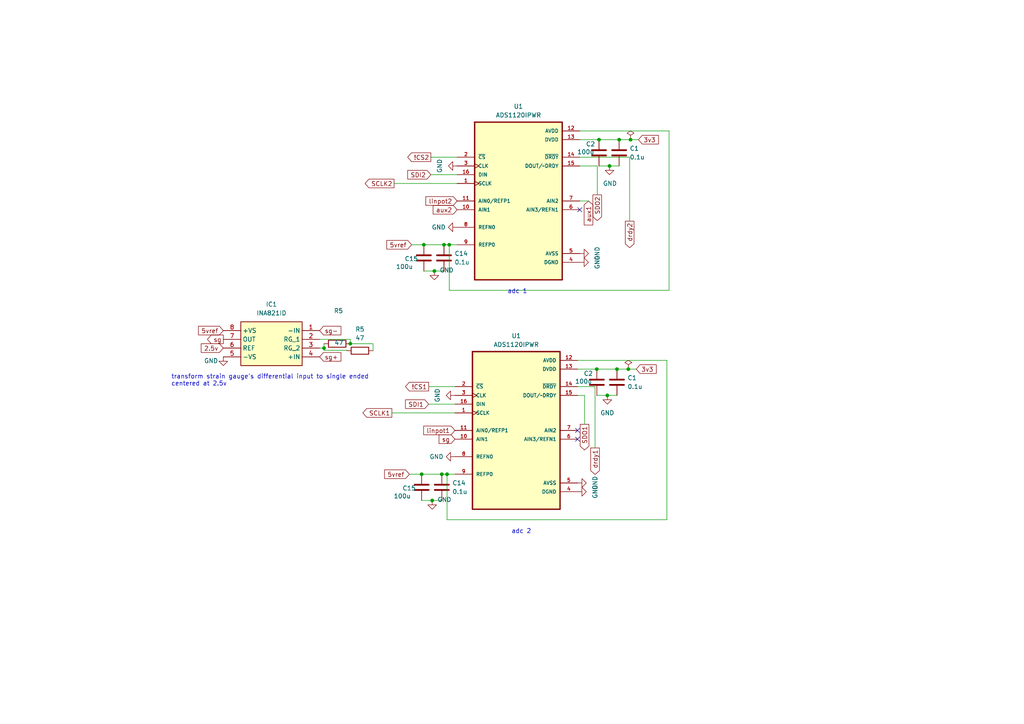
<source format=kicad_sch>
(kicad_sch (version 20230121) (generator eeschema)
  (paper "A4")
  (lib_symbols
    (symbol "Device:C" (pin_numbers hide) (pin_names (offset 0.254))
      (property "Reference" "C" (at 0.635 2.54 0))
      (property "Value" "C" (at 0.635 -2.54 0))
      (symbol "C_0_1"
        (polyline (pts (xy -2.032 -0.762) (xy 2.032 -0.762)) (stroke (width 0.508)))
        (polyline (pts (xy -2.032 0.762) (xy 2.032 0.762)) (stroke (width 0.508)))
      )
      (symbol "C_1_1"
        (pin passive line (at 0 3.81 270) (length 2.794) (name "~") (number "1"))
        (pin passive line (at 0 -3.81 90) (length 2.794) (name "~") (number "2"))
      )
    )
    (symbol "Device:R" (pin_numbers hide) (pin_names (offset 0))
      (property "Reference" "R" (at 2.032 0 90))
      (property "Value" "R" (at 0 0 90))
      (symbol "R_0_1"
        (rectangle (start -1.016 -2.54) (end 1.016 2.54) (stroke (width 0.254)))
      )
      (symbol "R_1_1"
        (pin passive line (at 0 3.81 270) (length 1.27) (name "~") (number "1"))
        (pin passive line (at 0 -3.81 90) (length 1.27) (name "~") (number "2"))
      )
    )
    (symbol "power:GND" (power) (pin_names (offset 0))
      (property "Value" "GND" (at 0 -3.81 0))
      (symbol "GND_0_1"
        (polyline (pts (xy 0 0) (xy 0 -1.27) (xy 1.27 -1.27) (xy 0 -2.54) (xy -1.27 -1.27) (xy 0 -1.27)))
      )
      (symbol "GND_1_1"
        (pin power_in line (at 0 0 270) (length 0) hide (name "GND") (number "1"))
      )
    )
    (symbol "power:PWR_FLAG" (power) (pin_numbers hide) (pin_names (offset 0) hide)
      (property "Value" "PWR_FLAG" (at 0 3.81 0))
      (symbol "PWR_FLAG_0_0"
        (pin power_out line (at 0 0 90) (length 0) (name "pwr") (number "1"))
      )
      (symbol "PWR_FLAG_0_1"
        (polyline (pts (xy 0 0) (xy 0 1.27) (xy -1.016 1.905) (xy 0 2.54) (xy 1.016 1.905) (xy 0 1.27)))
      )
    )
    (symbol "wireless_strain_gauge_v2:ADS1120IPWR" (pin_names (offset 1.016))
      (property "Reference" "U" (at -12.7 23.86 0))
      (property "Value" "ADS1120IPWR" (at -12.7 -26.86 0))
      (symbol "ADS1120IPWR_0_0"
        (rectangle (start -12.7 -22.86) (end 12.7 22.86) (stroke (width 0.41)) (fill (type background)))
        (pin input clock (at -17.78 5.08 0) (length 5.08) (name "SCLK") (number "1"))
        (pin bidirectional line (at -17.78 -2.54 0) (length 5.08) (name "AIN1") (number "10"))
        (pin bidirectional line (at -17.78 0 0) (length 5.08) (name "AIN0/REFP1") (number "11"))
        (pin power_in line (at 17.78 20.32 180) (length 5.08) (name "AVDD") (number "12"))
        (pin power_in line (at 17.78 17.78 180) (length 5.08) (name "DVDD") (number "13"))
        (pin output line (at 17.78 12.7 180) (length 5.08) (name "~{DRDY}") (number "14"))
        (pin output line (at 17.78 10.16 180) (length 5.08) (name "DOUT/~DRDY") (number "15"))
        (pin input line (at -17.78 7.62 0) (length 5.08) (name "DIN") (number "16"))
        (pin input line (at -17.78 12.7 0) (length 5.08) (name "~{CS}") (number "2"))
        (pin input clock (at -17.78 10.16 0) (length 5.08) (name "CLK") (number "3"))
        (pin power_in line (at 17.78 -17.78 180) (length 5.08) (name "DGND") (number "4"))
        (pin power_in line (at 17.78 -15.24 180) (length 5.08) (name "AVSS") (number "5"))
        (pin bidirectional line (at 17.78 -2.54 180) (length 5.08) (name "AIN3/REFN1") (number "6"))
        (pin bidirectional line (at 17.78 0 180) (length 5.08) (name "AIN2") (number "7"))
        (pin bidirectional line (at -17.78 -7.62 0) (length 5.08) (name "REFN0") (number "8"))
        (pin bidirectional line (at -17.78 -12.7 0) (length 5.08) (name "REFP0") (number "9"))
      )
    )
    (symbol "wireless_strain_gauge_v2:INA821ID"
      (property "Reference" "IC" (at 24.13 7.62 0))
      (property "Value" "INA821ID" (at 24.13 5.08 0))
      (symbol "INA821ID_1_1"
        (rectangle (start 5.08 2.54) (end 22.86 -10.16) (stroke (width 0.254)) (fill (type background)))
        (pin passive line (at 0 0 0) (length 5.08) (name "-IN") (number "1"))
        (pin passive line (at 0 -2.54 0) (length 5.08) (name "RG_1") (number "2"))
        (pin passive line (at 0 -5.08 0) (length 5.08) (name "RG_2") (number "3"))
        (pin passive line (at 0 -7.62 0) (length 5.08) (name "+IN") (number "4"))
        (pin passive line (at 27.94 -7.62 180) (length 5.08) (name "-VS") (number "5"))
        (pin passive line (at 27.94 -5.08 180) (length 5.08) (name "REF") (number "6"))
        (pin passive line (at 27.94 -2.54 180) (length 5.08) (name "OUT") (number "7"))
        (pin passive line (at 27.94 0 180) (length 5.08) (name "+VS") (number "8"))
      )
    )
  )
  (junction (at 182.88 40.513))
  (junction (at 125.984 78.613))
  (junction (at 128.778 70.993))
  (junction (at 93.98 100.965))
  (junction (at 178.943 107.061))
  (junction (at 122.936 70.993))
  (junction (at 179.578 40.513))
  (junction (at 182.245 107.061))
  (junction (at 125.349 145.161))
  (junction (at 128.143 137.541))
  (junction (at 129.667 137.541))
  (junction (at 176.149 114.681))
  (junction (at 122.301 137.541))
  (junction (at 130.302 70.993))
  (junction (at 173.101 107.061))
  (junction (at 173.736 40.513))
  (junction (at 176.784 48.133))
  (junction (at 101.6 99.695))
  (no_connect (at 167.513 127.381))
  (no_connect (at 167.513 124.841))
  (no_connect (at 168.148 60.833))
  (wire (pts (xy 125.349 145.161) (xy 122.301 145.161)))
  (wire (pts (xy 130.302 84.201) (xy 194.056 84.201)))
  (wire (pts (xy 130.302 70.993) (xy 132.588 70.993)))
  (wire (pts (xy 167.513 104.521) (xy 193.421 104.521)))
  (wire (pts (xy 93.98 101.6) (xy 100.584 101.6)))
  (wire (pts (xy 100.584 101.6) (xy 100.584 101.727)))
  (wire (pts (xy 173.736 40.513) (xy 179.578 40.513)))
  (wire (pts (xy 129.667 137.541) (xy 129.667 150.749)))
  (wire (pts (xy 193.421 150.749) (xy 193.421 104.521)))
  (wire (pts (xy 129.667 150.749) (xy 193.421 150.749)))
  (wire (pts (xy 93.98 100.965) (xy 92.71 100.965)))
  (wire (pts (xy 119.38 70.993) (xy 122.936 70.993)))
  (wire (pts (xy 101.6 98.425) (xy 101.6 99.695)))
  (wire (pts (xy 178.943 107.061) (xy 182.245 107.061)))
  (wire (pts (xy 194.056 84.201) (xy 194.056 37.973)))
  (wire (pts (xy 118.745 137.541) (xy 122.301 137.541)))
  (wire (pts (xy 173.101 107.061) (xy 178.943 107.061)))
  (wire (pts (xy 128.778 78.613) (xy 125.984 78.613)))
  (wire (pts (xy 92.71 98.425) (xy 101.6 98.425)))
  (wire (pts (xy 128.143 137.541) (xy 129.667 137.541)))
  (wire (pts (xy 124.333 117.221) (xy 131.953 117.221)))
  (wire (pts (xy 182.88 40.513) (xy 185.166 40.513)))
  (wire (pts (xy 101.6 99.695) (xy 108.204 99.695)))
  (wire (pts (xy 114.3 53.213) (xy 132.588 53.213)))
  (wire (pts (xy 173.228 48.133) (xy 168.148 48.133)))
  (wire (pts (xy 182.626 45.593) (xy 182.626 64.135)))
  (wire (pts (xy 113.665 119.761) (xy 131.953 119.761)))
  (wire (pts (xy 125.984 78.613) (xy 122.936 78.613)))
  (wire (pts (xy 124.968 45.593) (xy 132.588 45.593)))
  (wire (pts (xy 93.98 101.6) (xy 93.98 100.965)))
  (wire (pts (xy 176.149 114.681) (xy 178.943 114.681)))
  (wire (pts (xy 128.143 145.161) (xy 125.349 145.161)))
  (wire (pts (xy 129.667 137.541) (xy 131.953 137.541)))
  (wire (pts (xy 130.302 70.993) (xy 130.302 84.201)))
  (wire (pts (xy 172.593 112.141) (xy 172.593 129.921)))
  (wire (pts (xy 176.784 48.133) (xy 179.578 48.133)))
  (wire (pts (xy 169.545 114.681) (xy 169.545 123.063)))
  (wire (pts (xy 182.626 45.593) (xy 168.148 45.593)))
  (wire (pts (xy 173.736 48.133) (xy 176.784 48.133)))
  (wire (pts (xy 128.778 70.993) (xy 130.302 70.993)))
  (wire (pts (xy 124.968 50.673) (xy 132.588 50.673)))
  (wire (pts (xy 179.578 40.513) (xy 182.88 40.513)))
  (wire (pts (xy 122.301 137.541) (xy 128.143 137.541)))
  (wire (pts (xy 124.333 112.141) (xy 131.953 112.141)))
  (wire (pts (xy 169.545 114.681) (xy 167.513 114.681)))
  (wire (pts (xy 173.101 114.681) (xy 176.149 114.681)))
  (wire (pts (xy 168.148 37.973) (xy 194.056 37.973)))
  (wire (pts (xy 93.98 99.695) (xy 93.98 100.965)))
  (wire (pts (xy 122.936 70.993) (xy 128.778 70.993)))
  (wire (pts (xy 172.593 112.141) (xy 167.513 112.141)))
  (wire (pts (xy 182.245 107.061) (xy 184.531 107.061)))
  (wire (pts (xy 167.513 107.061) (xy 173.101 107.061)))
  (wire (pts (xy 170.688 58.293) (xy 168.148 58.293)))
  (wire (pts (xy 173.228 48.133) (xy 173.228 56.515)))
  (wire (pts (xy 108.204 99.695) (xy 108.204 101.727)))
  (wire (pts (xy 168.148 40.513) (xy 173.736 40.513)))
  (text "transform strain gauge's differential input to single ended\ncentered at 2.5v" (at 49.657 112.141 0) (effects (font (size 1.27 1.27)) (justify left bottom)))
  (text "adc 2" (at 148.336 154.94 0) (effects (font (size 1.27 1.27)) (justify left bottom)))
  (text "adc 1" (at 147.193 85.344 0) (effects (font (size 1.27 1.27)) (justify left bottom)))
  (global_label "5vref" (shape input) (at 118.745 137.541 180) (property "Intersheetrefs" "${INTERSHEET_REFS}" (effects hide)))
  (global_label "sg" (shape output) (at 64.77 98.425 180) (property "Intersheetrefs" "${INTERSHEET_REFS}" (effects hide)))
  (global_label "3v3" (shape input) (at 185.166 40.513 0) (property "Intersheetrefs" "${INTERSHEET_REFS}" (effects hide)))
  (global_label "drdy2" (shape output) (at 182.626 64.135 270) (property "Intersheetrefs" "${INTERSHEET_REFS}" (effects hide)))
  (global_label "aux1" (shape input) (at 170.688 58.293 270) (property "Intersheetrefs" "${INTERSHEET_REFS}" (effects hide)))
  (global_label "aux2" (shape input) (at 132.588 60.833 180) (property "Intersheetrefs" "${INTERSHEET_REFS}" (effects hide)))
  (global_label "SDI1" (shape input) (at 124.333 117.221 180) (property "Intersheetrefs" "${INTERSHEET_REFS}" (effects hide)))
  (global_label "sg+" (shape input) (at 92.71 103.505 0) (property "Intersheetrefs" "${INTERSHEET_REFS}" (effects hide)))
  (global_label "linpot2" (shape input) (at 132.588 58.293 180) (property "Intersheetrefs" "${INTERSHEET_REFS}" (effects hide)))
  (global_label "sg-" (shape input) (at 92.71 95.885 0) (property "Intersheetrefs" "${INTERSHEET_REFS}" (effects hide)))
  (global_label "drdy1" (shape output) (at 172.593 129.921 270) (property "Intersheetrefs" "${INTERSHEET_REFS}" (effects hide)))
  (global_label "5vref" (shape input) (at 119.38 70.993 180) (property "Intersheetrefs" "${INTERSHEET_REFS}" (effects hide)))
  (global_label "linpot1" (shape input) (at 131.953 124.841 180) (property "Intersheetrefs" "${INTERSHEET_REFS}" (effects hide)))
  (global_label "!CS1" (shape output) (at 124.333 112.141 180) (property "Intersheetrefs" "${INTERSHEET_REFS}" (effects hide)))
  (global_label "3v3" (shape input) (at 184.531 107.061 0) (property "Intersheetrefs" "${INTERSHEET_REFS}" (effects hide)))
  (global_label "SCLK1" (shape output) (at 113.665 119.761 180) (property "Intersheetrefs" "${INTERSHEET_REFS}" (effects hide)))
  (global_label "sg" (shape input) (at 131.953 127.381 180) (property "Intersheetrefs" "${INTERSHEET_REFS}" (effects hide)))
  (global_label "SCLK2" (shape output) (at 114.3 53.213 180) (property "Intersheetrefs" "${INTERSHEET_REFS}" (effects hide)))
  (global_label "SDO1" (shape output) (at 169.545 123.063 270) (property "Intersheetrefs" "${INTERSHEET_REFS}" (effects hide)))
  (global_label "5vref" (shape input) (at 64.77 95.885 180) (property "Intersheetrefs" "${INTERSHEET_REFS}" (effects hide)))
  (global_label "SDO2" (shape output) (at 173.228 56.515 270) (property "Intersheetrefs" "${INTERSHEET_REFS}" (effects hide)))
  (global_label "SDI2" (shape input) (at 124.968 50.673 180) (property "Intersheetrefs" "${INTERSHEET_REFS}" (effects hide)))
  (global_label "!CS2" (shape output) (at 124.968 45.593 180) (property "Intersheetrefs" "${INTERSHEET_REFS}" (effects hide)))
  (global_label "2.5v" (shape input) (at 64.77 100.965 180) (property "Intersheetrefs" "${INTERSHEET_REFS}" (effects hide)))
  (symbol (lib_id "power:GND") (at 131.953 114.681 270) (unit 1)
    (property "Reference" "#PWR09" (effects hide))
    (property "Value" "GND" (at 126.873 114.681 0))
    (instances (project "5.2_5V" (path "" (reference "#PWR09") (unit 1))) (project "rearbox" (path "" (reference "#PWR09") (unit 1)) (path "" (reference "#PWR04") (unit 1))))
  )
  (symbol (lib_id "Device:C") (at 179.578 44.323 180) (unit 1)
    (property "Reference" "C1" (at 182.626 43.053 0) (effects (justify right)))
    (property "Value" "0.1u" (at 182.626 45.593 0) (effects (justify right)))
    (property "Footprint" "Capacitor_SMD:C_0603_1608Metric" (effects hide))
    (instances (project "5.2_5V" (path "" (reference "C1") (unit 1))) (project "rearbox" (path "" (reference "C4") (unit 1)) (path "" (reference "C8") (unit 1))))
  )
  (symbol (lib_id "Device:C") (at 122.301 141.351 0) (unit 1)
    (property "Reference" "C15" (at 116.713 141.605 0) (effects (justify left)))
    (property "Value" "100u" (at 114.173 143.891 0) (effects (justify left)))
    (property "Footprint" "Capacitor_SMD:C_1206_3216Metric" (effects hide))
    (instances (project "5.2_5V" (path "" (reference "C15") (unit 1))) (project "rearbox" (path "" (reference "C5") (unit 1)) (path "" (reference "C1") (unit 1))))
  )
  (symbol (lib_id "power:GND") (at 132.588 65.913 270) (unit 1)
    (property "Reference" "#PWR016" (effects hide))
    (property "Value" "GND" (at 129.286 65.913 90) (effects (justify right)))
    (instances (project "5.2_5V" (path "" (reference "#PWR016") (unit 1))) (project "rearbox" (path "" (reference "#PWR04") (unit 1)) (path "" (reference "#PWR07") (unit 1))))
  )
  (symbol (lib_id "power:PWR_FLAG") (at 182.88 40.513 0) (unit 1)
    (property "Reference" "#FLG04" (effects hide))
    (property "Value" "PWR_FLAG" (effects hide))
    (instances (project "5.2_5V" (path "" (reference "#FLG04") (unit 1))) (project "rearbox" (path "" (reference "#FLG01") (unit 1)) (path "" (reference "#FLG02") (unit 1))))
  )
  (symbol (lib_id "Device:C") (at 173.101 110.871 0) (unit 1)
    (property "Reference" "C2" (at 169.291 108.331 0) (effects (justify left)))
    (property "Value" "100u" (at 166.751 110.617 0) (effects (justify left)))
    (property "Footprint" "Capacitor_SMD:C_1206_3216Metric" (effects hide))
    (instances (project "5.2_5V" (path "" (reference "C2") (unit 1))) (project "rearbox" (path "" (reference "C7") (unit 1)) (path "" (reference "C5") (unit 1))))
  )
  (symbol (lib_id "power:GND") (at 176.149 114.681 0) (unit 1)
    (property "Reference" "#PWR06" (effects hide))
    (property "Value" "GND" (at 176.149 119.761 0))
    (instances (project "5.2_5V" (path "" (reference "#PWR06") (unit 1))) (project "rearbox" (path "" (reference "#PWR014") (unit 1)) (path "" (reference "#PWR013") (unit 1))))
  )
  (symbol (lib_id "power:PWR_FLAG") (at 182.245 107.061 0) (unit 1)
    (property "Reference" "#FLG04" (effects hide))
    (property "Value" "PWR_FLAG" (effects hide))
    (instances (project "5.2_5V" (path "" (reference "#FLG04") (unit 1))) (project "rearbox" (path "" (reference "#FLG02") (unit 1)) (path "" (reference "#FLG01") (unit 1))))
  )
  (symbol (lib_id "Device:C") (at 128.143 141.351 180) (unit 1)
    (property "Reference" "C14" (at 131.191 140.081 0) (effects (justify right)))
    (property "Value" "0.1u" (at 131.191 142.621 0) (effects (justify right)))
    (property "Footprint" "Capacitor_SMD:C_0603_1608Metric" (effects hide))
    (instances (project "5.2_5V" (path "" (reference "C14") (unit 1))) (project "rearbox" (path "" (reference "C6") (unit 1)) (path "" (reference "C3") (unit 1))))
  )
  (symbol (lib_id "wireless_strain_gauge_v2:INA821ID") (at 92.71 95.885 0) (mirror y) (unit 1)
    (property "Reference" "IC1" (at 78.74 88.265 0))
    (property "Value" "INA821ID" (at 78.74 90.805 0))
    (property "Footprint" "mainboxfp:SOP65P490X110-8N" (effects hide))
    (property "Datasheet" "http://www.ti.com/lit/ds/symlink/ina821.pdf" (effects hide))
    (property "Height" "1.75" (effects hide))
    (property "Mouser Part Number" "595-INA821ID" (effects hide))
    (property "Mouser Price/Stock" "https://www.mouser.co.uk/ProductDetail/Texas-Instruments/INA821ID?qs=LDGDZb5k%2F%252B%252BuXWq1hdAlSA%3D%3D" (effects hide))
    (property "Manufacturer_Name" "Texas Instruments" (effects hide))
    (property "Manufacturer_Part_Number" "INA821ID" (effects hide))
    (instances (project "mainbox" (path "" (reference "IC1") (unit 1))) (project "rearbox" (path "" (reference "IC2") (unit 1)) (path "" (reference "IC2") (unit 1))))
  )
  (symbol (lib_id "power:GND") (at 125.349 145.161 0) (unit 1)
    (property "Reference" "#PWR011" (effects hide))
    (property "Value" "GND" (at 128.905 144.907 0))
    (instances (project "5.2_5V" (path "" (reference "#PWR011") (unit 1))) (project "rearbox" (path "" (reference "#PWR08") (unit 1)) (path "" (reference "#PWR01") (unit 1))))
  )
  (symbol (lib_id "power:GND") (at 131.953 132.461 270) (unit 1)
    (property "Reference" "#PWR016" (effects hide))
    (property "Value" "GND" (at 128.651 132.461 90) (effects (justify right)))
    (instances (project "5.2_5V" (path "" (reference "#PWR016") (unit 1))) (project "rearbox" (path "" (reference "#PWR011") (unit 1)) (path "" (reference "#PWR05") (unit 1))))
  )
  (symbol (lib_id "Device:R") (at 104.394 101.727 270) (mirror x) (unit 1)
    (property "Reference" "R5" (at 104.394 95.504 90))
    (property "Value" "47" (at 104.394 98.044 90))
    (property "Footprint" "Resistor_SMD:R_0603_1608Metric" (effects hide))
    (instances (project "mainbox" (path "" (reference "R5") (unit 1))) (project "rearbox" (path "" (reference "R14") (unit 1)) (path "" (reference "R1") (unit 1))))
  )
  (symbol (lib_id "Device:R") (at 97.79 99.695 270) (mirror x) (unit 1)
    (property "Reference" "R5" (at 98.171 90.17 90))
    (property "Value" "47" (at 98.298 99.441 90))
    (property "Footprint" "Resistor_SMD:R_0603_1608Metric" (effects hide))
    (instances (project "mainbox" (path "" (reference "R5") (unit 1))) (project "rearbox" (path "" (reference "R14") (unit 1)) (path "" (reference "R14") (unit 1))))
  )
  (symbol (lib_id "power:GND") (at 167.513 142.621 90) (unit 1)
    (property "Reference" "#PWR08" (effects hide))
    (property "Value" "GND" (at 172.593 142.621 0))
    (instances (project "5.2_5V" (path "" (reference "#PWR08") (unit 1))) (project "rearbox" (path "" (reference "#PWR013") (unit 1)) (path "" (reference "#PWR09") (unit 1))))
  )
  (symbol (lib_id "wireless_strain_gauge_v2:ADS1120IPWR") (at 150.368 58.293 0) (unit 1)
    (property "Reference" "U1" (at 150.368 30.861 0))
    (property "Value" "ADS1120IPWR" (at 150.368 33.401 0))
    (property "Footprint" "wireless_strain_gauge_v2:SOP65P640X120-16N" (effects hide))
    (property "Description" "\n16-bit, 2-kSPS, 4-ch, low-power, small-size delta-sigma ADC with PGA, VREF, 2x IDACs & SPI interface\n" (effects hide))
    (instances (project "5.2_5V" (path "" (reference "U1") (unit 1))) (project "rearbox" (path "" (reference "U1") (unit 1)) (path "" (reference "U2") (unit 1))))
  )
  (symbol (lib_id "power:GND") (at 168.148 76.073 90) (unit 1)
    (property "Reference" "#PWR08" (effects hide))
    (property "Value" "GND" (at 173.228 76.073 0))
    (instances (project "5.2_5V" (path "" (reference "#PWR08") (unit 1))) (project "rearbox" (path "" (reference "#PWR06") (unit 1)) (path "" (reference "#PWR012") (unit 1))))
  )
  (symbol (lib_id "power:GND") (at 64.77 103.505 0) (unit 1)
    (property "Reference" "#PWR09" (effects hide))
    (property "Value" "GND" (at 61.214 104.648 0))
    (instances (project "mainbox" (path "" (reference "#PWR09") (unit 1)) (path "" (reference "#PWR068") (unit 1))) (project "rearbox" (path "" (reference "#PWR03") (unit 1)) (path "" (reference "#PWR03") (unit 1))))
  )
  (symbol (lib_id "power:GND") (at 125.984 78.613 0) (unit 1)
    (property "Reference" "#PWR011" (effects hide))
    (property "Value" "GND" (at 129.54 78.359 0))
    (instances (project "5.2_5V" (path "" (reference "#PWR011") (unit 1))) (project "rearbox" (path "" (reference "#PWR01") (unit 1)) (path "" (reference "#PWR02") (unit 1))))
  )
  (symbol (lib_id "Device:C") (at 178.943 110.871 180) (unit 1)
    (property "Reference" "C1" (at 181.991 109.601 0) (effects (justify right)))
    (property "Value" "0.1u" (at 181.991 112.141 0) (effects (justify right)))
    (property "Footprint" "Capacitor_SMD:C_0603_1608Metric" (effects hide))
    (instances (project "5.2_5V" (path "" (reference "C1") (unit 1))) (project "rearbox" (path "" (reference "C8") (unit 1)) (path "" (reference "C7") (unit 1))))
  )
  (symbol (lib_id "power:GND") (at 168.148 73.533 90) (unit 1)
    (property "Reference" "#PWR013" (effects hide))
    (property "Value" "GND" (at 173.228 73.533 0))
    (instances (project "5.2_5V" (path "" (reference "#PWR013") (unit 1))) (project "rearbox" (path "" (reference "#PWR05") (unit 1)) (path "" (reference "#PWR011") (unit 1))))
  )
  (symbol (lib_id "power:GND") (at 132.588 48.133 270) (unit 1)
    (property "Reference" "#PWR09" (effects hide))
    (property "Value" "GND" (at 127.508 48.133 0))
    (instances (project "5.2_5V" (path "" (reference "#PWR09") (unit 1))) (project "rearbox" (path "" (reference "#PWR02") (unit 1)) (path "" (reference "#PWR06") (unit 1))))
  )
  (symbol (lib_id "power:GND") (at 167.513 140.081 90) (unit 1)
    (property "Reference" "#PWR013" (effects hide))
    (property "Value" "GND" (at 172.593 140.081 0))
    (instances (project "5.2_5V" (path "" (reference "#PWR013") (unit 1))) (project "rearbox" (path "" (reference "#PWR012") (unit 1)) (path "" (reference "#PWR08") (unit 1))))
  )
  (symbol (lib_id "Device:C") (at 128.778 74.803 180) (unit 1)
    (property "Reference" "C14" (at 131.826 73.533 0) (effects (justify right)))
    (property "Value" "0.1u" (at 131.826 76.073 0) (effects (justify right)))
    (property "Footprint" "Capacitor_SMD:C_0603_1608Metric" (effects hide))
    (instances (project "5.2_5V" (path "" (reference "C14") (unit 1))) (project "rearbox" (path "" (reference "C2") (unit 1)) (path "" (reference "C4") (unit 1))))
  )
  (symbol (lib_id "wireless_strain_gauge_v2:ADS1120IPWR") (at 149.733 124.841 0) (unit 1)
    (property "Reference" "U1" (at 149.733 97.409 0))
    (property "Value" "ADS1120IPWR" (at 149.733 99.949 0))
    (property "Footprint" "wireless_strain_gauge_v2:SOP65P640X120-16N" (effects hide))
    (property "Description" "\n16-bit, 2-kSPS, 4-ch, low-power, small-size delta-sigma ADC with PGA, VREF, 2x IDACs & SPI interface\n" (effects hide))
    (instances (project "5.2_5V" (path "" (reference "U1") (unit 1))) (project "rearbox" (path "" (reference "U2") (unit 1)) (path "" (reference "U1") (unit 1))))
  )
  (symbol (lib_id "power:GND") (at 176.784 48.133 0) (unit 1)
    (property "Reference" "#PWR06" (effects hide))
    (property "Value" "GND" (at 176.911 53.213 0))
    (instances (project "5.2_5V" (path "" (reference "#PWR06") (unit 1))) (project "rearbox" (path "" (reference "#PWR07") (unit 1)) (path "" (reference "#PWR014") (unit 1))))
  )
  (symbol (lib_id "Device:C") (at 122.936 74.803 0) (unit 1)
    (property "Reference" "C15" (at 117.348 75.057 0) (effects (justify left)))
    (property "Value" "100u" (at 114.808 77.343 0) (effects (justify left)))
    (property "Footprint" "Capacitor_SMD:C_1206_3216Metric" (effects hide))
    (instances (project "5.2_5V" (path "" (reference "C15") (unit 1))) (project "rearbox" (path "" (reference "C1") (unit 1)) (path "" (reference "C2") (unit 1))))
  )
  (symbol (lib_id "Device:C") (at 173.736 44.323 0) (unit 1)
    (property "Reference" "C2" (at 169.926 41.783 0) (effects (justify left)))
    (property "Value" "100u" (at 167.386 44.069 0) (effects (justify left)))
    (property "Footprint" "Capacitor_SMD:C_1206_3216Metric" (effects hide))
    (instances (project "5.2_5V" (path "" (reference "C2") (unit 1))) (project "rearbox" (path "" (reference "C3") (unit 1)) (path "" (reference "C6") (unit 1))))
  )
)
</source>
